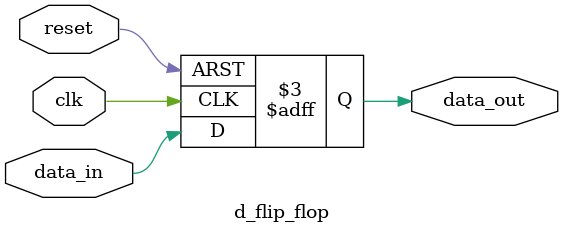
<source format=sv>
module d_flip_flop #(parameter WIDTH = 1) (
  input wire clk, reset, data_in,
  output reg data_out
  );

  always @(posedge clk or negedge reset)
  begin 
    if (!reset) 
      data_out <= 1'bx;
    else
      data_out <= data_in;
  end
  endmodule

</source>
